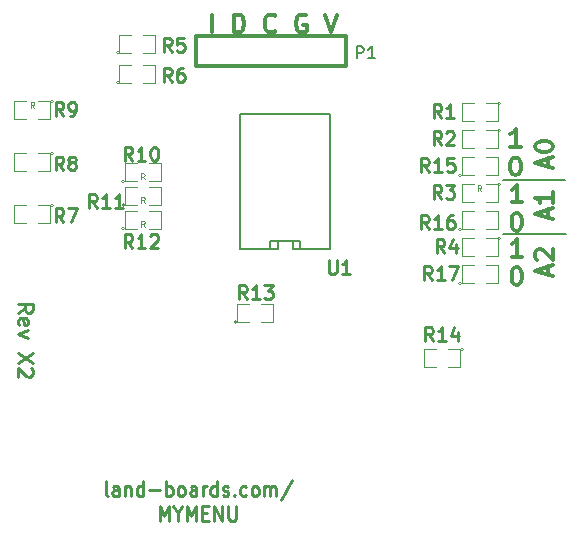
<source format=gto>
G04 (created by PCBNEW (2013-07-07 BZR 4022)-stable) date 3/28/2015 5:28:05 PM*
%MOIN*%
G04 Gerber Fmt 3.4, Leading zero omitted, Abs format*
%FSLAX34Y34*%
G01*
G70*
G90*
G04 APERTURE LIST*
%ADD10C,0.00590551*%
%ADD11C,0.00787402*%
%ADD12C,0.011811*%
%ADD13C,0.00875*%
%ADD14C,0.01125*%
%ADD15C,0.0039*%
%ADD16C,0.012*%
%ADD17C,0.01*%
%ADD18C,0.0043*%
%ADD19C,0.008*%
G04 APERTURE END LIST*
G54D10*
G54D11*
X54251Y-34370D02*
X56377Y-34370D01*
X54251Y-32559D02*
X56338Y-32559D01*
G54D12*
X55770Y-35721D02*
X55770Y-35440D01*
X55939Y-35778D02*
X55348Y-35581D01*
X55939Y-35384D01*
X55404Y-35215D02*
X55376Y-35187D01*
X55348Y-35131D01*
X55348Y-34990D01*
X55376Y-34934D01*
X55404Y-34906D01*
X55460Y-34878D01*
X55517Y-34878D01*
X55601Y-34906D01*
X55939Y-35243D01*
X55939Y-34878D01*
X55770Y-33821D02*
X55770Y-33540D01*
X55939Y-33878D02*
X55348Y-33681D01*
X55939Y-33484D01*
X55939Y-32978D02*
X55939Y-33315D01*
X55939Y-33146D02*
X55348Y-33146D01*
X55432Y-33203D01*
X55489Y-33259D01*
X55517Y-33315D01*
X55770Y-32121D02*
X55770Y-31840D01*
X55939Y-32178D02*
X55348Y-31981D01*
X55939Y-31784D01*
X55348Y-31475D02*
X55348Y-31418D01*
X55376Y-31362D01*
X55404Y-31334D01*
X55460Y-31306D01*
X55573Y-31278D01*
X55714Y-31278D01*
X55826Y-31306D01*
X55882Y-31334D01*
X55910Y-31362D01*
X55939Y-31418D01*
X55939Y-31475D01*
X55910Y-31531D01*
X55882Y-31559D01*
X55826Y-31587D01*
X55714Y-31615D01*
X55573Y-31615D01*
X55460Y-31587D01*
X55404Y-31559D01*
X55376Y-31531D01*
X55348Y-31475D01*
X54893Y-35120D02*
X54555Y-35120D01*
X54724Y-35120D02*
X54724Y-34530D01*
X54668Y-34614D01*
X54611Y-34670D01*
X54555Y-34699D01*
X54696Y-35475D02*
X54752Y-35475D01*
X54808Y-35503D01*
X54836Y-35531D01*
X54865Y-35587D01*
X54893Y-35700D01*
X54893Y-35840D01*
X54865Y-35953D01*
X54836Y-36009D01*
X54808Y-36037D01*
X54752Y-36065D01*
X54696Y-36065D01*
X54640Y-36037D01*
X54611Y-36009D01*
X54583Y-35953D01*
X54555Y-35840D01*
X54555Y-35700D01*
X54583Y-35587D01*
X54611Y-35531D01*
X54640Y-35503D01*
X54696Y-35475D01*
X54893Y-33309D02*
X54555Y-33309D01*
X54724Y-33309D02*
X54724Y-32719D01*
X54668Y-32803D01*
X54611Y-32859D01*
X54555Y-32888D01*
X54696Y-33664D02*
X54752Y-33664D01*
X54808Y-33692D01*
X54836Y-33720D01*
X54865Y-33776D01*
X54893Y-33889D01*
X54893Y-34029D01*
X54865Y-34142D01*
X54836Y-34198D01*
X54808Y-34226D01*
X54752Y-34254D01*
X54696Y-34254D01*
X54640Y-34226D01*
X54611Y-34198D01*
X54583Y-34142D01*
X54555Y-34029D01*
X54555Y-33889D01*
X54583Y-33776D01*
X54611Y-33720D01*
X54640Y-33692D01*
X54696Y-33664D01*
X54853Y-31459D02*
X54516Y-31459D01*
X54685Y-31459D02*
X54685Y-30868D01*
X54628Y-30953D01*
X54572Y-31009D01*
X54516Y-31037D01*
X54656Y-31813D02*
X54713Y-31813D01*
X54769Y-31841D01*
X54797Y-31870D01*
X54825Y-31926D01*
X54853Y-32038D01*
X54853Y-32179D01*
X54825Y-32291D01*
X54797Y-32348D01*
X54769Y-32376D01*
X54713Y-32404D01*
X54656Y-32404D01*
X54600Y-32376D01*
X54572Y-32348D01*
X54544Y-32291D01*
X54516Y-32179D01*
X54516Y-32038D01*
X54544Y-31926D01*
X54572Y-31870D01*
X54600Y-31841D01*
X54656Y-31813D01*
X44575Y-27640D02*
X44575Y-27050D01*
X45306Y-27640D02*
X45306Y-27050D01*
X45447Y-27050D01*
X45531Y-27078D01*
X45587Y-27134D01*
X45615Y-27190D01*
X45643Y-27303D01*
X45643Y-27387D01*
X45615Y-27500D01*
X45587Y-27556D01*
X45531Y-27612D01*
X45447Y-27640D01*
X45306Y-27640D01*
X46684Y-27584D02*
X46656Y-27612D01*
X46571Y-27640D01*
X46515Y-27640D01*
X46431Y-27612D01*
X46375Y-27556D01*
X46347Y-27500D01*
X46318Y-27387D01*
X46318Y-27303D01*
X46347Y-27190D01*
X46375Y-27134D01*
X46431Y-27078D01*
X46515Y-27050D01*
X46571Y-27050D01*
X46656Y-27078D01*
X46684Y-27106D01*
X47696Y-27078D02*
X47640Y-27050D01*
X47556Y-27050D01*
X47471Y-27078D01*
X47415Y-27134D01*
X47387Y-27190D01*
X47359Y-27303D01*
X47359Y-27387D01*
X47387Y-27500D01*
X47415Y-27556D01*
X47471Y-27612D01*
X47556Y-27640D01*
X47612Y-27640D01*
X47696Y-27612D01*
X47724Y-27584D01*
X47724Y-27387D01*
X47612Y-27387D01*
X48343Y-27050D02*
X48540Y-27640D01*
X48737Y-27050D01*
G54D13*
X38097Y-36983D02*
X38335Y-36816D01*
X38097Y-36697D02*
X38597Y-36697D01*
X38597Y-36888D01*
X38573Y-36935D01*
X38550Y-36959D01*
X38502Y-36983D01*
X38430Y-36983D01*
X38383Y-36959D01*
X38359Y-36935D01*
X38335Y-36888D01*
X38335Y-36697D01*
X38121Y-37388D02*
X38097Y-37340D01*
X38097Y-37245D01*
X38121Y-37197D01*
X38169Y-37173D01*
X38359Y-37173D01*
X38407Y-37197D01*
X38430Y-37245D01*
X38430Y-37340D01*
X38407Y-37388D01*
X38359Y-37411D01*
X38311Y-37411D01*
X38264Y-37173D01*
X38430Y-37578D02*
X38097Y-37697D01*
X38430Y-37816D01*
X38597Y-38340D02*
X38097Y-38673D01*
X38597Y-38673D02*
X38097Y-38340D01*
X38550Y-38840D02*
X38573Y-38864D01*
X38597Y-38911D01*
X38597Y-39030D01*
X38573Y-39078D01*
X38550Y-39102D01*
X38502Y-39126D01*
X38454Y-39126D01*
X38383Y-39102D01*
X38097Y-38816D01*
X38097Y-39126D01*
G54D14*
X41089Y-43102D02*
X41046Y-43078D01*
X41025Y-43030D01*
X41025Y-42602D01*
X41453Y-43102D02*
X41453Y-42840D01*
X41432Y-42792D01*
X41389Y-42769D01*
X41303Y-42769D01*
X41260Y-42792D01*
X41453Y-43078D02*
X41410Y-43102D01*
X41303Y-43102D01*
X41260Y-43078D01*
X41239Y-43030D01*
X41239Y-42983D01*
X41260Y-42935D01*
X41303Y-42911D01*
X41410Y-42911D01*
X41453Y-42888D01*
X41667Y-42769D02*
X41667Y-43102D01*
X41667Y-42816D02*
X41689Y-42792D01*
X41732Y-42769D01*
X41796Y-42769D01*
X41839Y-42792D01*
X41860Y-42840D01*
X41860Y-43102D01*
X42267Y-43102D02*
X42267Y-42602D01*
X42267Y-43078D02*
X42225Y-43102D01*
X42139Y-43102D01*
X42096Y-43078D01*
X42075Y-43054D01*
X42053Y-43007D01*
X42053Y-42864D01*
X42075Y-42816D01*
X42096Y-42792D01*
X42139Y-42769D01*
X42225Y-42769D01*
X42267Y-42792D01*
X42482Y-42911D02*
X42825Y-42911D01*
X43039Y-43102D02*
X43039Y-42602D01*
X43039Y-42792D02*
X43082Y-42769D01*
X43167Y-42769D01*
X43210Y-42792D01*
X43232Y-42816D01*
X43253Y-42864D01*
X43253Y-43007D01*
X43232Y-43054D01*
X43210Y-43078D01*
X43167Y-43102D01*
X43082Y-43102D01*
X43039Y-43078D01*
X43510Y-43102D02*
X43467Y-43078D01*
X43446Y-43054D01*
X43425Y-43007D01*
X43425Y-42864D01*
X43446Y-42816D01*
X43467Y-42792D01*
X43510Y-42769D01*
X43575Y-42769D01*
X43617Y-42792D01*
X43639Y-42816D01*
X43660Y-42864D01*
X43660Y-43007D01*
X43639Y-43054D01*
X43617Y-43078D01*
X43575Y-43102D01*
X43510Y-43102D01*
X44046Y-43102D02*
X44046Y-42840D01*
X44025Y-42792D01*
X43982Y-42769D01*
X43896Y-42769D01*
X43853Y-42792D01*
X44046Y-43078D02*
X44003Y-43102D01*
X43896Y-43102D01*
X43853Y-43078D01*
X43832Y-43030D01*
X43832Y-42983D01*
X43853Y-42935D01*
X43896Y-42911D01*
X44003Y-42911D01*
X44046Y-42888D01*
X44260Y-43102D02*
X44260Y-42769D01*
X44260Y-42864D02*
X44282Y-42816D01*
X44303Y-42792D01*
X44346Y-42769D01*
X44389Y-42769D01*
X44732Y-43102D02*
X44732Y-42602D01*
X44732Y-43078D02*
X44689Y-43102D01*
X44603Y-43102D01*
X44560Y-43078D01*
X44539Y-43054D01*
X44517Y-43007D01*
X44517Y-42864D01*
X44539Y-42816D01*
X44560Y-42792D01*
X44603Y-42769D01*
X44689Y-42769D01*
X44732Y-42792D01*
X44925Y-43078D02*
X44967Y-43102D01*
X45053Y-43102D01*
X45096Y-43078D01*
X45117Y-43030D01*
X45117Y-43007D01*
X45096Y-42959D01*
X45053Y-42935D01*
X44989Y-42935D01*
X44946Y-42911D01*
X44925Y-42864D01*
X44925Y-42840D01*
X44946Y-42792D01*
X44989Y-42769D01*
X45053Y-42769D01*
X45096Y-42792D01*
X45310Y-43054D02*
X45332Y-43078D01*
X45310Y-43102D01*
X45289Y-43078D01*
X45310Y-43054D01*
X45310Y-43102D01*
X45717Y-43078D02*
X45675Y-43102D01*
X45589Y-43102D01*
X45546Y-43078D01*
X45525Y-43054D01*
X45503Y-43007D01*
X45503Y-42864D01*
X45525Y-42816D01*
X45546Y-42792D01*
X45589Y-42769D01*
X45675Y-42769D01*
X45717Y-42792D01*
X45975Y-43102D02*
X45932Y-43078D01*
X45910Y-43054D01*
X45889Y-43007D01*
X45889Y-42864D01*
X45910Y-42816D01*
X45932Y-42792D01*
X45975Y-42769D01*
X46039Y-42769D01*
X46082Y-42792D01*
X46103Y-42816D01*
X46125Y-42864D01*
X46125Y-43007D01*
X46103Y-43054D01*
X46082Y-43078D01*
X46039Y-43102D01*
X45975Y-43102D01*
X46317Y-43102D02*
X46317Y-42769D01*
X46317Y-42816D02*
X46339Y-42792D01*
X46382Y-42769D01*
X46446Y-42769D01*
X46489Y-42792D01*
X46510Y-42840D01*
X46510Y-43102D01*
X46510Y-42840D02*
X46532Y-42792D01*
X46575Y-42769D01*
X46639Y-42769D01*
X46682Y-42792D01*
X46703Y-42840D01*
X46703Y-43102D01*
X47239Y-42578D02*
X46853Y-43221D01*
X42825Y-43914D02*
X42825Y-43414D01*
X42975Y-43772D01*
X43125Y-43414D01*
X43125Y-43914D01*
X43425Y-43676D02*
X43425Y-43914D01*
X43275Y-43414D02*
X43425Y-43676D01*
X43575Y-43414D01*
X43725Y-43914D02*
X43725Y-43414D01*
X43875Y-43772D01*
X44025Y-43414D01*
X44025Y-43914D01*
X44239Y-43652D02*
X44389Y-43652D01*
X44453Y-43914D02*
X44239Y-43914D01*
X44239Y-43414D01*
X44453Y-43414D01*
X44646Y-43914D02*
X44646Y-43414D01*
X44903Y-43914D01*
X44903Y-43414D01*
X45117Y-43414D02*
X45117Y-43819D01*
X45139Y-43867D01*
X45160Y-43891D01*
X45203Y-43914D01*
X45289Y-43914D01*
X45332Y-43891D01*
X45353Y-43867D01*
X45375Y-43819D01*
X45375Y-43414D01*
G54D15*
X52950Y-38200D02*
G75*
G03X52950Y-38200I-50J0D01*
G74*
G01*
X52450Y-38200D02*
X52850Y-38200D01*
X52850Y-38200D02*
X52850Y-38800D01*
X52850Y-38800D02*
X52450Y-38800D01*
X52050Y-38800D02*
X51650Y-38800D01*
X51650Y-38800D02*
X51650Y-38200D01*
X51650Y-38200D02*
X52050Y-38200D01*
X45400Y-37300D02*
G75*
G03X45400Y-37300I-50J0D01*
G74*
G01*
X45800Y-37300D02*
X45400Y-37300D01*
X45400Y-37300D02*
X45400Y-36700D01*
X45400Y-36700D02*
X45800Y-36700D01*
X46200Y-36700D02*
X46600Y-36700D01*
X46600Y-36700D02*
X46600Y-37300D01*
X46600Y-37300D02*
X46200Y-37300D01*
X41659Y-34185D02*
G75*
G03X41659Y-34185I-50J0D01*
G74*
G01*
X42059Y-34185D02*
X41659Y-34185D01*
X41659Y-34185D02*
X41659Y-33585D01*
X41659Y-33585D02*
X42059Y-33585D01*
X42459Y-33585D02*
X42859Y-33585D01*
X42859Y-33585D02*
X42859Y-34185D01*
X42859Y-34185D02*
X42459Y-34185D01*
X41659Y-33398D02*
G75*
G03X41659Y-33398I-50J0D01*
G74*
G01*
X42059Y-33398D02*
X41659Y-33398D01*
X41659Y-33398D02*
X41659Y-32798D01*
X41659Y-32798D02*
X42059Y-32798D01*
X42459Y-32798D02*
X42859Y-32798D01*
X42859Y-32798D02*
X42859Y-33398D01*
X42859Y-33398D02*
X42459Y-33398D01*
X41659Y-32611D02*
G75*
G03X41659Y-32611I-50J0D01*
G74*
G01*
X42059Y-32611D02*
X41659Y-32611D01*
X41659Y-32611D02*
X41659Y-32011D01*
X41659Y-32011D02*
X42059Y-32011D01*
X42459Y-32011D02*
X42859Y-32011D01*
X42859Y-32011D02*
X42859Y-32611D01*
X42859Y-32611D02*
X42459Y-32611D01*
X39282Y-33400D02*
G75*
G03X39282Y-33400I-50J0D01*
G74*
G01*
X38782Y-33400D02*
X39182Y-33400D01*
X39182Y-33400D02*
X39182Y-34000D01*
X39182Y-34000D02*
X38782Y-34000D01*
X38382Y-34000D02*
X37982Y-34000D01*
X37982Y-34000D02*
X37982Y-33400D01*
X37982Y-33400D02*
X38382Y-33400D01*
X39282Y-31668D02*
G75*
G03X39282Y-31668I-50J0D01*
G74*
G01*
X38782Y-31668D02*
X39182Y-31668D01*
X39182Y-31668D02*
X39182Y-32268D01*
X39182Y-32268D02*
X38782Y-32268D01*
X38382Y-32268D02*
X37982Y-32268D01*
X37982Y-32268D02*
X37982Y-31668D01*
X37982Y-31668D02*
X38382Y-31668D01*
X39282Y-29936D02*
G75*
G03X39282Y-29936I-50J0D01*
G74*
G01*
X38782Y-29936D02*
X39182Y-29936D01*
X39182Y-29936D02*
X39182Y-30536D01*
X39182Y-30536D02*
X38782Y-30536D01*
X38382Y-30536D02*
X37982Y-30536D01*
X37982Y-30536D02*
X37982Y-29936D01*
X37982Y-29936D02*
X38382Y-29936D01*
X41480Y-29323D02*
G75*
G03X41480Y-29323I-50J0D01*
G74*
G01*
X41880Y-29323D02*
X41480Y-29323D01*
X41480Y-29323D02*
X41480Y-28723D01*
X41480Y-28723D02*
X41880Y-28723D01*
X42280Y-28723D02*
X42680Y-28723D01*
X42680Y-28723D02*
X42680Y-29323D01*
X42680Y-29323D02*
X42280Y-29323D01*
X41480Y-28323D02*
G75*
G03X41480Y-28323I-50J0D01*
G74*
G01*
X41880Y-28323D02*
X41480Y-28323D01*
X41480Y-28323D02*
X41480Y-27723D01*
X41480Y-27723D02*
X41880Y-27723D01*
X42280Y-27723D02*
X42680Y-27723D01*
X42680Y-27723D02*
X42680Y-28323D01*
X42680Y-28323D02*
X42280Y-28323D01*
X54185Y-34506D02*
G75*
G03X54185Y-34506I-50J0D01*
G74*
G01*
X53685Y-34506D02*
X54085Y-34506D01*
X54085Y-34506D02*
X54085Y-35106D01*
X54085Y-35106D02*
X53685Y-35106D01*
X53285Y-35106D02*
X52885Y-35106D01*
X52885Y-35106D02*
X52885Y-34506D01*
X52885Y-34506D02*
X53285Y-34506D01*
X54185Y-32706D02*
G75*
G03X54185Y-32706I-50J0D01*
G74*
G01*
X53685Y-32706D02*
X54085Y-32706D01*
X54085Y-32706D02*
X54085Y-33306D01*
X54085Y-33306D02*
X53685Y-33306D01*
X53285Y-33306D02*
X52885Y-33306D01*
X52885Y-33306D02*
X52885Y-32706D01*
X52885Y-32706D02*
X53285Y-32706D01*
X54185Y-30906D02*
G75*
G03X54185Y-30906I-50J0D01*
G74*
G01*
X53685Y-30906D02*
X54085Y-30906D01*
X54085Y-30906D02*
X54085Y-31506D01*
X54085Y-31506D02*
X53685Y-31506D01*
X53285Y-31506D02*
X52885Y-31506D01*
X52885Y-31506D02*
X52885Y-30906D01*
X52885Y-30906D02*
X53285Y-30906D01*
X54185Y-30006D02*
G75*
G03X54185Y-30006I-50J0D01*
G74*
G01*
X53685Y-30006D02*
X54085Y-30006D01*
X54085Y-30006D02*
X54085Y-30606D01*
X54085Y-30606D02*
X53685Y-30606D01*
X53285Y-30606D02*
X52885Y-30606D01*
X52885Y-30606D02*
X52885Y-30006D01*
X52885Y-30006D02*
X53285Y-30006D01*
G54D10*
X47507Y-34848D02*
X47257Y-34848D01*
X47257Y-34848D02*
X47257Y-34598D01*
X47257Y-34598D02*
X46757Y-34598D01*
X46757Y-34598D02*
X46757Y-34848D01*
X46757Y-34848D02*
X46507Y-34848D01*
X45507Y-34848D02*
X45507Y-30348D01*
X45507Y-30348D02*
X48507Y-30348D01*
X48507Y-30348D02*
X48507Y-34848D01*
X48507Y-34848D02*
X47507Y-34848D01*
X47507Y-34848D02*
X47507Y-34598D01*
X47507Y-34598D02*
X46507Y-34598D01*
X46507Y-34598D02*
X46507Y-34848D01*
X46507Y-34848D02*
X45507Y-34848D01*
G54D15*
X52885Y-36006D02*
G75*
G03X52885Y-36006I-50J0D01*
G74*
G01*
X53285Y-36006D02*
X52885Y-36006D01*
X52885Y-36006D02*
X52885Y-35406D01*
X52885Y-35406D02*
X53285Y-35406D01*
X53685Y-35406D02*
X54085Y-35406D01*
X54085Y-35406D02*
X54085Y-36006D01*
X54085Y-36006D02*
X53685Y-36006D01*
X52885Y-34206D02*
G75*
G03X52885Y-34206I-50J0D01*
G74*
G01*
X53285Y-34206D02*
X52885Y-34206D01*
X52885Y-34206D02*
X52885Y-33606D01*
X52885Y-33606D02*
X53285Y-33606D01*
X53685Y-33606D02*
X54085Y-33606D01*
X54085Y-33606D02*
X54085Y-34206D01*
X54085Y-34206D02*
X53685Y-34206D01*
X52885Y-32406D02*
G75*
G03X52885Y-32406I-50J0D01*
G74*
G01*
X53285Y-32406D02*
X52885Y-32406D01*
X52885Y-32406D02*
X52885Y-31806D01*
X52885Y-31806D02*
X53285Y-31806D01*
X53685Y-31806D02*
X54085Y-31806D01*
X54085Y-31806D02*
X54085Y-32406D01*
X54085Y-32406D02*
X53685Y-32406D01*
G54D16*
X49035Y-28767D02*
X49035Y-27767D01*
X44035Y-27767D02*
X44035Y-28767D01*
X49035Y-28767D02*
X44035Y-28767D01*
X44035Y-27767D02*
X49035Y-27767D01*
G54D17*
X51937Y-37922D02*
X51787Y-37708D01*
X51679Y-37922D02*
X51679Y-37472D01*
X51851Y-37472D01*
X51894Y-37493D01*
X51915Y-37515D01*
X51937Y-37558D01*
X51937Y-37622D01*
X51915Y-37665D01*
X51894Y-37686D01*
X51851Y-37708D01*
X51679Y-37708D01*
X52365Y-37922D02*
X52108Y-37922D01*
X52237Y-37922D02*
X52237Y-37472D01*
X52194Y-37536D01*
X52151Y-37579D01*
X52108Y-37600D01*
X52751Y-37622D02*
X52751Y-37922D01*
X52644Y-37450D02*
X52537Y-37772D01*
X52815Y-37772D01*
X45734Y-36524D02*
X45584Y-36310D01*
X45477Y-36524D02*
X45477Y-36074D01*
X45648Y-36074D01*
X45691Y-36096D01*
X45712Y-36117D01*
X45734Y-36160D01*
X45734Y-36224D01*
X45712Y-36267D01*
X45691Y-36288D01*
X45648Y-36310D01*
X45477Y-36310D01*
X46162Y-36524D02*
X45905Y-36524D01*
X46034Y-36524D02*
X46034Y-36074D01*
X45991Y-36138D01*
X45948Y-36181D01*
X45905Y-36203D01*
X46312Y-36074D02*
X46591Y-36074D01*
X46441Y-36246D01*
X46505Y-36246D01*
X46548Y-36267D01*
X46570Y-36288D01*
X46591Y-36331D01*
X46591Y-36438D01*
X46570Y-36481D01*
X46548Y-36503D01*
X46505Y-36524D01*
X46377Y-36524D01*
X46334Y-36503D01*
X46312Y-36481D01*
X41915Y-34827D02*
X41765Y-34613D01*
X41658Y-34827D02*
X41658Y-34377D01*
X41829Y-34377D01*
X41872Y-34399D01*
X41894Y-34420D01*
X41915Y-34463D01*
X41915Y-34527D01*
X41894Y-34570D01*
X41872Y-34592D01*
X41829Y-34613D01*
X41658Y-34613D01*
X42344Y-34827D02*
X42086Y-34827D01*
X42215Y-34827D02*
X42215Y-34377D01*
X42172Y-34442D01*
X42129Y-34484D01*
X42086Y-34506D01*
X42515Y-34420D02*
X42536Y-34399D01*
X42579Y-34377D01*
X42686Y-34377D01*
X42729Y-34399D01*
X42751Y-34420D01*
X42772Y-34463D01*
X42772Y-34506D01*
X42751Y-34570D01*
X42494Y-34827D01*
X42772Y-34827D01*
G54D18*
X42320Y-34115D02*
X42255Y-34021D01*
X42208Y-34115D02*
X42208Y-33918D01*
X42283Y-33918D01*
X42302Y-33927D01*
X42311Y-33937D01*
X42320Y-33956D01*
X42320Y-33984D01*
X42311Y-34002D01*
X42302Y-34012D01*
X42283Y-34021D01*
X42208Y-34021D01*
G54D17*
X40734Y-33489D02*
X40584Y-33274D01*
X40477Y-33489D02*
X40477Y-33039D01*
X40648Y-33039D01*
X40691Y-33060D01*
X40712Y-33082D01*
X40734Y-33124D01*
X40734Y-33189D01*
X40712Y-33232D01*
X40691Y-33253D01*
X40648Y-33274D01*
X40477Y-33274D01*
X41162Y-33489D02*
X40905Y-33489D01*
X41034Y-33489D02*
X41034Y-33039D01*
X40991Y-33103D01*
X40948Y-33146D01*
X40905Y-33167D01*
X41591Y-33489D02*
X41334Y-33489D01*
X41462Y-33489D02*
X41462Y-33039D01*
X41420Y-33103D01*
X41377Y-33146D01*
X41334Y-33167D01*
G54D18*
X42320Y-33328D02*
X42255Y-33234D01*
X42208Y-33328D02*
X42208Y-33131D01*
X42283Y-33131D01*
X42302Y-33140D01*
X42311Y-33149D01*
X42320Y-33168D01*
X42320Y-33196D01*
X42311Y-33215D01*
X42302Y-33224D01*
X42283Y-33234D01*
X42208Y-33234D01*
G54D17*
X41915Y-31914D02*
X41765Y-31700D01*
X41658Y-31914D02*
X41658Y-31464D01*
X41829Y-31464D01*
X41872Y-31485D01*
X41894Y-31507D01*
X41915Y-31550D01*
X41915Y-31614D01*
X41894Y-31657D01*
X41872Y-31678D01*
X41829Y-31700D01*
X41658Y-31700D01*
X42344Y-31914D02*
X42086Y-31914D01*
X42215Y-31914D02*
X42215Y-31464D01*
X42172Y-31528D01*
X42129Y-31571D01*
X42086Y-31592D01*
X42622Y-31464D02*
X42665Y-31464D01*
X42708Y-31485D01*
X42729Y-31507D01*
X42751Y-31550D01*
X42772Y-31635D01*
X42772Y-31742D01*
X42751Y-31828D01*
X42729Y-31871D01*
X42708Y-31892D01*
X42665Y-31914D01*
X42622Y-31914D01*
X42579Y-31892D01*
X42558Y-31871D01*
X42536Y-31828D01*
X42515Y-31742D01*
X42515Y-31635D01*
X42536Y-31550D01*
X42558Y-31507D01*
X42579Y-31485D01*
X42622Y-31464D01*
G54D18*
X42320Y-32540D02*
X42255Y-32446D01*
X42208Y-32540D02*
X42208Y-32343D01*
X42283Y-32343D01*
X42302Y-32353D01*
X42311Y-32362D01*
X42320Y-32381D01*
X42320Y-32409D01*
X42311Y-32428D01*
X42302Y-32437D01*
X42283Y-32446D01*
X42208Y-32446D01*
G54D17*
X39610Y-33961D02*
X39460Y-33747D01*
X39352Y-33961D02*
X39352Y-33511D01*
X39524Y-33511D01*
X39567Y-33533D01*
X39588Y-33554D01*
X39610Y-33597D01*
X39610Y-33661D01*
X39588Y-33704D01*
X39567Y-33725D01*
X39524Y-33747D01*
X39352Y-33747D01*
X39760Y-33511D02*
X40060Y-33511D01*
X39867Y-33961D01*
X39610Y-32229D02*
X39460Y-32015D01*
X39352Y-32229D02*
X39352Y-31779D01*
X39524Y-31779D01*
X39567Y-31800D01*
X39588Y-31822D01*
X39610Y-31865D01*
X39610Y-31929D01*
X39588Y-31972D01*
X39567Y-31993D01*
X39524Y-32015D01*
X39352Y-32015D01*
X39867Y-31972D02*
X39824Y-31950D01*
X39802Y-31929D01*
X39781Y-31886D01*
X39781Y-31865D01*
X39802Y-31822D01*
X39824Y-31800D01*
X39867Y-31779D01*
X39952Y-31779D01*
X39995Y-31800D01*
X40017Y-31822D01*
X40038Y-31865D01*
X40038Y-31886D01*
X40017Y-31929D01*
X39995Y-31950D01*
X39952Y-31972D01*
X39867Y-31972D01*
X39824Y-31993D01*
X39802Y-32015D01*
X39781Y-32057D01*
X39781Y-32143D01*
X39802Y-32186D01*
X39824Y-32207D01*
X39867Y-32229D01*
X39952Y-32229D01*
X39995Y-32207D01*
X40017Y-32186D01*
X40038Y-32143D01*
X40038Y-32057D01*
X40017Y-32015D01*
X39995Y-31993D01*
X39952Y-31972D01*
X39610Y-30418D02*
X39460Y-30204D01*
X39352Y-30418D02*
X39352Y-29968D01*
X39524Y-29968D01*
X39567Y-29989D01*
X39588Y-30011D01*
X39610Y-30054D01*
X39610Y-30118D01*
X39588Y-30161D01*
X39567Y-30182D01*
X39524Y-30204D01*
X39352Y-30204D01*
X39824Y-30418D02*
X39910Y-30418D01*
X39952Y-30396D01*
X39974Y-30375D01*
X40017Y-30311D01*
X40038Y-30225D01*
X40038Y-30054D01*
X40017Y-30011D01*
X39995Y-29989D01*
X39952Y-29968D01*
X39867Y-29968D01*
X39824Y-29989D01*
X39802Y-30011D01*
X39781Y-30054D01*
X39781Y-30161D01*
X39802Y-30204D01*
X39824Y-30225D01*
X39867Y-30246D01*
X39952Y-30246D01*
X39995Y-30225D01*
X40017Y-30204D01*
X40038Y-30161D01*
G54D18*
X38643Y-30165D02*
X38577Y-30072D01*
X38531Y-30165D02*
X38531Y-29968D01*
X38606Y-29968D01*
X38624Y-29978D01*
X38634Y-29987D01*
X38643Y-30006D01*
X38643Y-30034D01*
X38634Y-30053D01*
X38624Y-30062D01*
X38606Y-30072D01*
X38531Y-30072D01*
G54D17*
X43225Y-29282D02*
X43075Y-29067D01*
X42967Y-29282D02*
X42967Y-28832D01*
X43139Y-28832D01*
X43182Y-28853D01*
X43203Y-28875D01*
X43225Y-28917D01*
X43225Y-28982D01*
X43203Y-29025D01*
X43182Y-29046D01*
X43139Y-29067D01*
X42967Y-29067D01*
X43610Y-28832D02*
X43525Y-28832D01*
X43482Y-28853D01*
X43460Y-28875D01*
X43417Y-28939D01*
X43396Y-29025D01*
X43396Y-29196D01*
X43417Y-29239D01*
X43439Y-29260D01*
X43482Y-29282D01*
X43567Y-29282D01*
X43610Y-29260D01*
X43632Y-29239D01*
X43653Y-29196D01*
X43653Y-29089D01*
X43632Y-29046D01*
X43610Y-29025D01*
X43567Y-29003D01*
X43482Y-29003D01*
X43439Y-29025D01*
X43417Y-29046D01*
X43396Y-29089D01*
X43225Y-28282D02*
X43075Y-28067D01*
X42967Y-28282D02*
X42967Y-27832D01*
X43139Y-27832D01*
X43182Y-27853D01*
X43203Y-27875D01*
X43225Y-27917D01*
X43225Y-27982D01*
X43203Y-28025D01*
X43182Y-28046D01*
X43139Y-28067D01*
X42967Y-28067D01*
X43632Y-27832D02*
X43417Y-27832D01*
X43396Y-28046D01*
X43417Y-28025D01*
X43460Y-28003D01*
X43567Y-28003D01*
X43610Y-28025D01*
X43632Y-28046D01*
X43653Y-28089D01*
X43653Y-28196D01*
X43632Y-28239D01*
X43610Y-28260D01*
X43567Y-28282D01*
X43460Y-28282D01*
X43417Y-28260D01*
X43396Y-28239D01*
X52310Y-34988D02*
X52160Y-34774D01*
X52053Y-34988D02*
X52053Y-34538D01*
X52225Y-34538D01*
X52267Y-34559D01*
X52289Y-34581D01*
X52310Y-34624D01*
X52310Y-34688D01*
X52289Y-34731D01*
X52267Y-34752D01*
X52225Y-34774D01*
X52053Y-34774D01*
X52696Y-34688D02*
X52696Y-34988D01*
X52589Y-34517D02*
X52482Y-34838D01*
X52760Y-34838D01*
X52210Y-33188D02*
X52060Y-32974D01*
X51953Y-33188D02*
X51953Y-32738D01*
X52125Y-32738D01*
X52167Y-32759D01*
X52189Y-32781D01*
X52210Y-32824D01*
X52210Y-32888D01*
X52189Y-32931D01*
X52167Y-32952D01*
X52125Y-32974D01*
X51953Y-32974D01*
X52360Y-32738D02*
X52639Y-32738D01*
X52489Y-32909D01*
X52553Y-32909D01*
X52596Y-32931D01*
X52617Y-32952D01*
X52639Y-32995D01*
X52639Y-33102D01*
X52617Y-33145D01*
X52596Y-33167D01*
X52553Y-33188D01*
X52425Y-33188D01*
X52382Y-33167D01*
X52360Y-33145D01*
G54D18*
X53546Y-32936D02*
X53481Y-32842D01*
X53434Y-32936D02*
X53434Y-32739D01*
X53509Y-32739D01*
X53528Y-32748D01*
X53537Y-32757D01*
X53546Y-32776D01*
X53546Y-32804D01*
X53537Y-32823D01*
X53528Y-32832D01*
X53509Y-32842D01*
X53434Y-32842D01*
G54D17*
X52210Y-31388D02*
X52060Y-31174D01*
X51953Y-31388D02*
X51953Y-30938D01*
X52125Y-30938D01*
X52167Y-30959D01*
X52189Y-30981D01*
X52210Y-31024D01*
X52210Y-31088D01*
X52189Y-31131D01*
X52167Y-31152D01*
X52125Y-31174D01*
X51953Y-31174D01*
X52382Y-30981D02*
X52403Y-30959D01*
X52446Y-30938D01*
X52553Y-30938D01*
X52596Y-30959D01*
X52617Y-30981D01*
X52639Y-31024D01*
X52639Y-31067D01*
X52617Y-31131D01*
X52360Y-31388D01*
X52639Y-31388D01*
X52210Y-30488D02*
X52060Y-30274D01*
X51953Y-30488D02*
X51953Y-30038D01*
X52125Y-30038D01*
X52167Y-30059D01*
X52189Y-30081D01*
X52210Y-30124D01*
X52210Y-30188D01*
X52189Y-30231D01*
X52167Y-30252D01*
X52125Y-30274D01*
X51953Y-30274D01*
X52639Y-30488D02*
X52382Y-30488D01*
X52510Y-30488D02*
X52510Y-30038D01*
X52467Y-30102D01*
X52425Y-30145D01*
X52382Y-30167D01*
X48461Y-35238D02*
X48461Y-35602D01*
X48482Y-35645D01*
X48503Y-35667D01*
X48546Y-35688D01*
X48632Y-35688D01*
X48675Y-35667D01*
X48696Y-35645D01*
X48718Y-35602D01*
X48718Y-35238D01*
X49168Y-35688D02*
X48911Y-35688D01*
X49039Y-35688D02*
X49039Y-35238D01*
X48996Y-35302D01*
X48953Y-35345D01*
X48911Y-35367D01*
X51896Y-35888D02*
X51746Y-35674D01*
X51639Y-35888D02*
X51639Y-35438D01*
X51810Y-35438D01*
X51853Y-35459D01*
X51875Y-35481D01*
X51896Y-35524D01*
X51896Y-35588D01*
X51875Y-35631D01*
X51853Y-35652D01*
X51810Y-35674D01*
X51639Y-35674D01*
X52325Y-35888D02*
X52067Y-35888D01*
X52196Y-35888D02*
X52196Y-35438D01*
X52153Y-35502D01*
X52110Y-35545D01*
X52067Y-35567D01*
X52475Y-35438D02*
X52775Y-35438D01*
X52582Y-35888D01*
X51796Y-34188D02*
X51646Y-33974D01*
X51539Y-34188D02*
X51539Y-33738D01*
X51710Y-33738D01*
X51753Y-33759D01*
X51775Y-33781D01*
X51796Y-33824D01*
X51796Y-33888D01*
X51775Y-33931D01*
X51753Y-33952D01*
X51710Y-33974D01*
X51539Y-33974D01*
X52225Y-34188D02*
X51967Y-34188D01*
X52096Y-34188D02*
X52096Y-33738D01*
X52053Y-33802D01*
X52010Y-33845D01*
X51967Y-33867D01*
X52610Y-33738D02*
X52525Y-33738D01*
X52482Y-33759D01*
X52460Y-33781D01*
X52417Y-33845D01*
X52396Y-33931D01*
X52396Y-34102D01*
X52417Y-34145D01*
X52439Y-34167D01*
X52482Y-34188D01*
X52567Y-34188D01*
X52610Y-34167D01*
X52632Y-34145D01*
X52653Y-34102D01*
X52653Y-33995D01*
X52632Y-33952D01*
X52610Y-33931D01*
X52567Y-33909D01*
X52482Y-33909D01*
X52439Y-33931D01*
X52417Y-33952D01*
X52396Y-33995D01*
X51796Y-32288D02*
X51646Y-32074D01*
X51539Y-32288D02*
X51539Y-31838D01*
X51710Y-31838D01*
X51753Y-31859D01*
X51775Y-31881D01*
X51796Y-31924D01*
X51796Y-31988D01*
X51775Y-32031D01*
X51753Y-32052D01*
X51710Y-32074D01*
X51539Y-32074D01*
X52225Y-32288D02*
X51967Y-32288D01*
X52096Y-32288D02*
X52096Y-31838D01*
X52053Y-31902D01*
X52010Y-31945D01*
X51967Y-31967D01*
X52632Y-31838D02*
X52417Y-31838D01*
X52396Y-32052D01*
X52417Y-32031D01*
X52460Y-32009D01*
X52567Y-32009D01*
X52610Y-32031D01*
X52632Y-32052D01*
X52653Y-32095D01*
X52653Y-32202D01*
X52632Y-32245D01*
X52610Y-32267D01*
X52567Y-32288D01*
X52460Y-32288D01*
X52417Y-32267D01*
X52396Y-32245D01*
G54D19*
X49389Y-28508D02*
X49389Y-28108D01*
X49542Y-28108D01*
X49580Y-28127D01*
X49599Y-28146D01*
X49618Y-28184D01*
X49618Y-28241D01*
X49599Y-28279D01*
X49580Y-28298D01*
X49542Y-28317D01*
X49389Y-28317D01*
X49999Y-28508D02*
X49770Y-28508D01*
X49885Y-28508D02*
X49885Y-28108D01*
X49846Y-28165D01*
X49808Y-28203D01*
X49770Y-28222D01*
M02*

</source>
